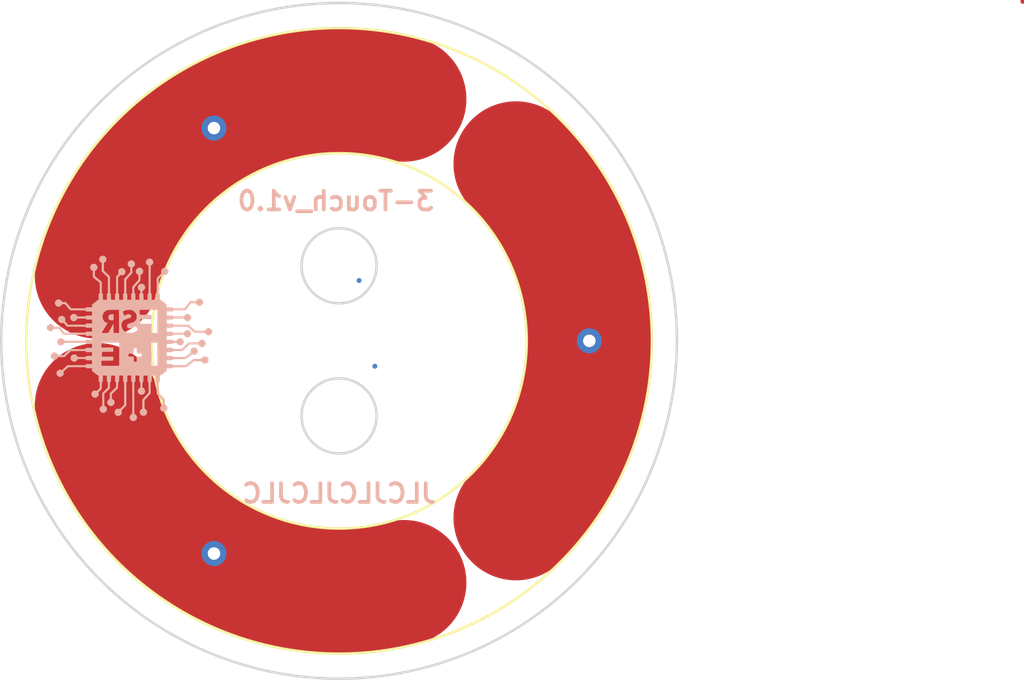
<source format=kicad_pcb>
(kicad_pcb (version 20211014) (generator pcbnew)
  (layers (0 "F.Cu" signal) (31 "B.Cu" signal) (34 "B.Paste" user) (35 "F.Paste" user) (36 "B.SilkS" user "B.Silkscreen") (37 "F.SilkS" user "F.Silkscreen") (38 "B.Mask" user) (39 "F.Mask" user) (44 "Edge.Cuts" user))
  (net 0 "")
  (footprint "fsr:3Touch_80mm" (layer "F.Cu") (at 0 0 -90)
    (fp_text reference "T1" hide)
    (fp_text value "3Touch")
    (fp_arc (start 19.318516 -5.176381) (mid 17.320508 10) (end 5.176381 19.318516) (layer "F.Cu") (width 10))
    (fp_arc (start -14.142135 -14.142134) (mid 0 -19.999998) (end 14.142135 -14.142134) (layer "F.Cu") (width 10))
    (fp_arc (start -27.139177 -54.65085) (mid -27.139177 -54.65085) (end -27.139177 -54.65085) (layer "F.Cu") (width 0.2))
    (fp_arc (start -5.176378 19.318511) (mid -17.320504 9.999995) (end -19.318512 -5.176385) (layer "F.Cu") (width 10))
    (pad "0" thru_hole circle (at 17 10 25) (size 2 2) (drill 1) (layers *.Cu *.Mask))
    (pad "1" thru_hole circle (at 0 -20 25) (size 2 2) (drill 1) (layers *.Cu *.Mask))
    (pad "2" thru_hole circle (at -17 10 25) (size 2 2) (drill 1) (layers *.Cu *.Mask))
  )
  (footprint "fsr:FSR_Logo_Small" (layer "B.Cu") (at -16.764 -0.254 180)
    (fp_text reference "G***" hide)
    (fp_text value "LOGO" hide)
  )
  (gr_circle (center 2.86 2.03) (end 2.86 2.03) (layer "B.Cu") (width 0.2) (fill none))
  (gr_circle (center 1.6 -4.82) (end 1.6 -4.82) (layer "B.Cu") (width 0.2) (fill none))
  (gr_circle (center 0 0) (end 25 0) (layer "F.SilkS") (width 0.2) (fill none))
  (gr_circle (center 0 0) (end 15 0) (layer "F.SilkS") (width 0.2) (fill none))
  (gr_circle (center 0 6) (end 3 6) (layer "Edge.Cuts") (width 0.2) (fill none))
  (gr_circle (center 0 0) (end 27 0) (layer "Edge.Cuts") (width 0.2) (fill none))
  (gr_circle (center 0 -6) (end 3 -6) (layer "Edge.Cuts") (width 0.2) (fill none))
  (gr_text "3-Touch_v1.0" (at -0.254 -11.176) (layer "B.SilkS") (effects (font (size 1.5 1.5) (thickness 0.3)) (justify mirror)))
  (gr_text "JLCJLCJLCJLC" (at 0 12.192) (layer "B.SilkS") (effects (font (size 1.5 1.5) (thickness 0.3)) (justify mirror)))
)
</source>
